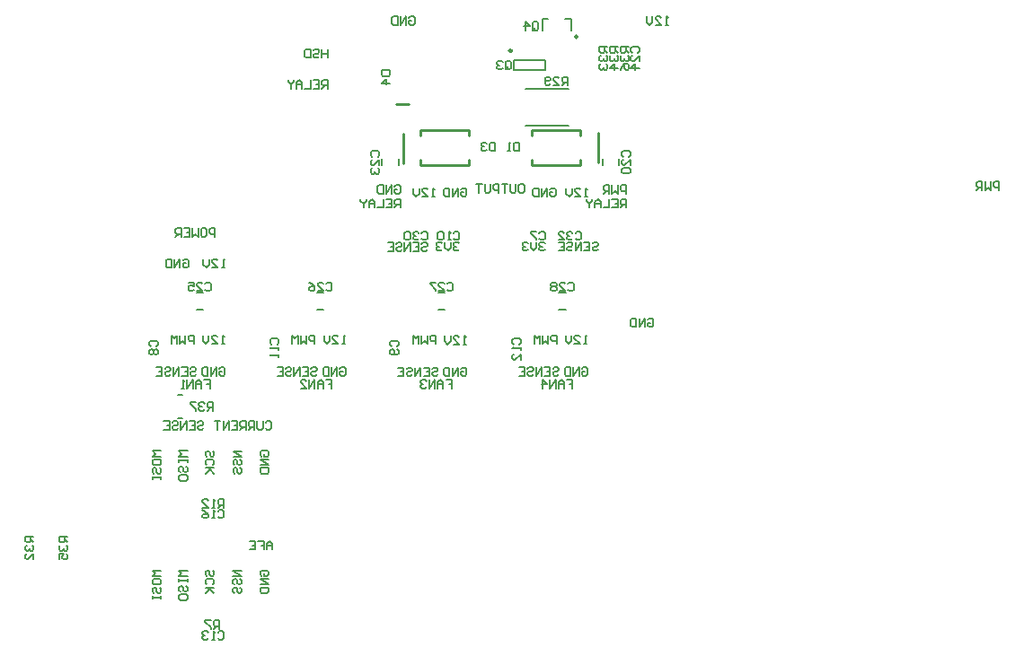
<source format=gbo>
G04*
G04 #@! TF.GenerationSoftware,Altium Limited,Altium Designer,19.1.8 (144)*
G04*
G04 Layer_Color=32896*
%FSLAX25Y25*%
%MOIN*%
G70*
G01*
G75*
%ADD10C,0.00984*%
%ADD12C,0.00787*%
%ADD14C,0.00591*%
%ADD15C,0.01000*%
%ADD16C,0.00600*%
D10*
X209350Y251871D02*
G03*
X209350Y251871I-492J0D01*
G01*
X184941Y246713D02*
G03*
X184941Y246713I-492J0D01*
G01*
D12*
X67818Y156693D02*
X70180D01*
X67818Y150394D02*
X70180D01*
X112700D02*
X115062D01*
X112700Y156693D02*
X115062D01*
X157582Y150394D02*
X159944D01*
X157582Y156693D02*
X159944D01*
X202464Y150394D02*
X204826D01*
X202464Y156693D02*
X204826D01*
X142913Y204140D02*
Y206503D01*
X136614Y204140D02*
Y206503D01*
X224803Y204234D02*
Y206596D01*
X218504Y204234D02*
Y206596D01*
X206890Y254233D02*
Y258564D01*
X204724D02*
X206890D01*
X196260Y254233D02*
Y258564D01*
X198425D01*
X189961Y232480D02*
X206102D01*
X189961Y218701D02*
X206102D01*
X185630Y239567D02*
X197441D01*
X185630Y243111D02*
X197441D01*
Y239567D02*
Y243111D01*
X185630Y239567D02*
Y243111D01*
D14*
X187993Y197046D02*
X189042D01*
X189567Y196521D01*
Y194422D01*
X189042Y193898D01*
X187993D01*
X187468Y194422D01*
Y196521D01*
X187993Y197046D01*
X186418D02*
Y194422D01*
X185894Y193898D01*
X184844D01*
X184319Y194422D01*
Y197046D01*
X183270D02*
X181171D01*
X182220D01*
Y193898D01*
X180121D02*
Y197046D01*
X178547D01*
X178022Y196521D01*
Y195472D01*
X178547Y194947D01*
X180121D01*
X176973Y197046D02*
Y194422D01*
X176448Y193898D01*
X175398D01*
X174873Y194422D01*
Y197046D01*
X173824D02*
X171725D01*
X172775D01*
Y193898D01*
X227362Y193581D02*
Y196730D01*
X225788D01*
X225263Y196205D01*
Y195156D01*
X225788Y194631D01*
X227362D01*
X224214Y196730D02*
Y193581D01*
X223164Y194631D01*
X222115Y193581D01*
Y196730D01*
X221065Y193581D02*
Y196730D01*
X219491D01*
X218966Y196205D01*
Y195156D01*
X219491Y194631D01*
X221065D01*
X220016D02*
X218966Y193581D01*
X227362Y188386D02*
Y191534D01*
X225788D01*
X225263Y191010D01*
Y189960D01*
X225788Y189435D01*
X227362D01*
X226313D02*
X225263Y188386D01*
X222115Y191534D02*
X224214D01*
Y188386D01*
X222115D01*
X224214Y189960D02*
X223164D01*
X221065Y191534D02*
Y188386D01*
X218966D01*
X217916D02*
Y190485D01*
X216867Y191534D01*
X215817Y190485D01*
Y188386D01*
Y189960D01*
X217916D01*
X214768Y191534D02*
Y191010D01*
X213718Y189960D01*
X212669Y191010D01*
Y191534D01*
X213718Y189960D02*
Y188386D01*
X141405Y196205D02*
X141930Y196730D01*
X142979D01*
X143504Y196205D01*
Y194106D01*
X142979Y193581D01*
X141930D01*
X141405Y194106D01*
Y195156D01*
X142454D01*
X140355Y193581D02*
Y196730D01*
X138256Y193581D01*
Y196730D01*
X137207D02*
Y193581D01*
X135633D01*
X135108Y194106D01*
Y196205D01*
X135633Y196730D01*
X137207D01*
X143504Y188386D02*
Y191534D01*
X141930D01*
X141405Y191010D01*
Y189960D01*
X141930Y189435D01*
X143504D01*
X142454D02*
X141405Y188386D01*
X138256Y191534D02*
X140355D01*
Y188386D01*
X138256D01*
X140355Y189960D02*
X139306D01*
X137207Y191534D02*
Y188386D01*
X135108D01*
X134058D02*
Y190485D01*
X133009Y191534D01*
X131959Y190485D01*
Y188386D01*
Y189960D01*
X134058D01*
X130910Y191534D02*
Y191010D01*
X129860Y189960D01*
X128811Y191010D01*
Y191534D01*
X129860Y189960D02*
Y188386D01*
X235302Y146718D02*
X235827Y147243D01*
X236877D01*
X237402Y146718D01*
Y144619D01*
X236877Y144095D01*
X235827D01*
X235302Y144619D01*
Y145669D01*
X236352D01*
X234253Y144095D02*
Y147243D01*
X232154Y144095D01*
Y147243D01*
X231104D02*
Y144095D01*
X229530D01*
X229005Y144619D01*
Y146718D01*
X229530Y147243D01*
X231104D01*
X242908Y256299D02*
X241859D01*
X242384D01*
Y259448D01*
X242908Y258923D01*
X238185Y256299D02*
X240284D01*
X238185Y258398D01*
Y258923D01*
X238710Y259448D01*
X239760D01*
X240284Y258923D01*
X237136Y259448D02*
Y257349D01*
X236086Y256299D01*
X235037Y257349D01*
Y259448D01*
X146720Y258923D02*
X147245Y259448D01*
X148294D01*
X148819Y258923D01*
Y256824D01*
X148294Y256299D01*
X147245D01*
X146720Y256824D01*
Y257874D01*
X147769D01*
X145670Y256299D02*
Y259448D01*
X143571Y256299D01*
Y259448D01*
X142522D02*
Y256299D01*
X140947D01*
X140423Y256824D01*
Y258923D01*
X140947Y259448D01*
X142522D01*
X116535Y232677D02*
Y235826D01*
X114961D01*
X114436Y235301D01*
Y234251D01*
X114961Y233727D01*
X116535D01*
X115486D02*
X114436Y232677D01*
X111288Y235826D02*
X113387D01*
Y232677D01*
X111288D01*
X113387Y234251D02*
X112337D01*
X110238Y235826D02*
Y232677D01*
X108139D01*
X107090D02*
Y234776D01*
X106040Y235826D01*
X104991Y234776D01*
Y232677D01*
Y234251D01*
X107090D01*
X103941Y235826D02*
Y235301D01*
X102892Y234251D01*
X101842Y235301D01*
Y235826D01*
X102892Y234251D02*
Y232677D01*
X116535Y247243D02*
Y244094D01*
Y245669D01*
X114436D01*
Y247243D01*
Y244094D01*
X111288Y246718D02*
X111812Y247243D01*
X112862D01*
X113387Y246718D01*
Y246194D01*
X112862Y245669D01*
X111812D01*
X111288Y245144D01*
Y244619D01*
X111812Y244094D01*
X112862D01*
X113387Y244619D01*
X110238Y247243D02*
Y244094D01*
X108664D01*
X108139Y244619D01*
Y246718D01*
X108664Y247243D01*
X110238D01*
X74803Y177559D02*
Y180708D01*
X73229D01*
X72704Y180183D01*
Y179133D01*
X73229Y178609D01*
X74803D01*
X70080Y180708D02*
X71130D01*
X71655Y180183D01*
Y178084D01*
X71130Y177559D01*
X70080D01*
X69555Y178084D01*
Y180183D01*
X70080Y180708D01*
X68506D02*
Y177559D01*
X67456Y178609D01*
X66407Y177559D01*
Y180708D01*
X63258D02*
X65357D01*
Y177559D01*
X63258D01*
X65357Y179133D02*
X64308D01*
X62209Y177559D02*
Y180708D01*
X60634D01*
X60110Y180183D01*
Y179133D01*
X60634Y178609D01*
X62209D01*
X61159D02*
X60110Y177559D01*
X365746Y194881D02*
Y198030D01*
X364172D01*
X363647Y197505D01*
Y196456D01*
X364172Y195931D01*
X365746D01*
X362598Y198030D02*
Y194881D01*
X361548Y195931D01*
X360499Y194881D01*
Y198030D01*
X359449Y194881D02*
Y198030D01*
X357875D01*
X357350Y197505D01*
Y196456D01*
X357875Y195931D01*
X359449D01*
X358400D02*
X357350Y194881D01*
X160499Y124408D02*
X162598D01*
Y122834D01*
X161549D01*
X162598D01*
Y121260D01*
X159450D02*
Y123359D01*
X158400Y124408D01*
X157351Y123359D01*
Y121260D01*
Y122834D01*
X159450D01*
X156301Y121260D02*
Y124408D01*
X154202Y121260D01*
Y124408D01*
X153153Y123884D02*
X152628Y124408D01*
X151578D01*
X151054Y123884D01*
Y123359D01*
X151578Y122834D01*
X152103D01*
X151578D01*
X151054Y122309D01*
Y121785D01*
X151578Y121260D01*
X152628D01*
X153153Y121785D01*
X205381Y124408D02*
X207480D01*
Y122834D01*
X206431D01*
X207480D01*
Y121260D01*
X204332D02*
Y123359D01*
X203282Y124408D01*
X202233Y123359D01*
Y121260D01*
Y122834D01*
X204332D01*
X201183Y121260D02*
Y124408D01*
X199084Y121260D01*
Y124408D01*
X196460Y121260D02*
Y124408D01*
X198035Y122834D01*
X195935D01*
X116011Y124408D02*
X118110D01*
Y122834D01*
X117061D01*
X118110D01*
Y121260D01*
X114962D02*
Y123359D01*
X113912Y124408D01*
X112863Y123359D01*
Y121260D01*
Y122834D01*
X114962D01*
X111813Y121260D02*
Y124408D01*
X109714Y121260D01*
Y124408D01*
X106565Y121260D02*
X108665D01*
X106565Y123359D01*
Y123884D01*
X107090Y124408D01*
X108140D01*
X108665Y123884D01*
X70736Y124408D02*
X72835D01*
Y122834D01*
X71785D01*
X72835D01*
Y121260D01*
X69686D02*
Y123359D01*
X68637Y124408D01*
X67587Y123359D01*
Y121260D01*
Y122834D01*
X69686D01*
X66537Y121260D02*
Y124408D01*
X64438Y121260D01*
Y124408D01*
X63389Y121260D02*
X62339D01*
X62864D01*
Y124408D01*
X63389Y123884D01*
X96063Y61417D02*
Y63516D01*
X95013Y64566D01*
X93964Y63516D01*
Y61417D01*
Y62992D01*
X96063D01*
X90815Y64566D02*
X92914D01*
Y62992D01*
X91865D01*
X92914D01*
Y61417D01*
X87667Y64566D02*
X89766D01*
Y61417D01*
X87667D01*
X89766Y62992D02*
X88716D01*
X93573Y108529D02*
X94098Y109054D01*
X95148D01*
X95672Y108529D01*
Y106430D01*
X95148Y105905D01*
X94098D01*
X93573Y106430D01*
X92524Y109054D02*
Y106430D01*
X91999Y105905D01*
X90949D01*
X90425Y106430D01*
Y109054D01*
X89375Y105905D02*
Y109054D01*
X87801D01*
X87276Y108529D01*
Y107480D01*
X87801Y106955D01*
X89375D01*
X88326D02*
X87276Y105905D01*
X86226D02*
Y109054D01*
X84652D01*
X84127Y108529D01*
Y107480D01*
X84652Y106955D01*
X86226D01*
X85177D02*
X84127Y105905D01*
X80979Y109054D02*
X83078D01*
Y105905D01*
X80979D01*
X83078Y107480D02*
X82028D01*
X79929Y105905D02*
Y109054D01*
X77830Y105905D01*
Y109054D01*
X76781D02*
X74682D01*
X75731D01*
Y105905D01*
X68384Y108529D02*
X68909Y109054D01*
X69959D01*
X70483Y108529D01*
Y108005D01*
X69959Y107480D01*
X68909D01*
X68384Y106955D01*
Y106430D01*
X68909Y105905D01*
X69959D01*
X70483Y106430D01*
X65236Y109054D02*
X67335D01*
Y105905D01*
X65236D01*
X67335Y107480D02*
X66285D01*
X64186Y105905D02*
Y109054D01*
X62087Y105905D01*
Y109054D01*
X58939Y108529D02*
X59463Y109054D01*
X60513D01*
X61038Y108529D01*
Y108005D01*
X60513Y107480D01*
X59463D01*
X58939Y106955D01*
Y106430D01*
X59463Y105905D01*
X60513D01*
X61038Y106430D01*
X55790Y109054D02*
X57889D01*
Y105905D01*
X55790D01*
X57889Y107480D02*
X56840D01*
X92036Y51543D02*
X91511Y52067D01*
Y53117D01*
X92036Y53642D01*
X94135D01*
X94660Y53117D01*
Y52067D01*
X94135Y51543D01*
X93085D01*
Y52592D01*
X94660Y50493D02*
X91511D01*
X94660Y48394D01*
X91511D01*
Y47344D02*
X94660D01*
Y45770D01*
X94135Y45245D01*
X92036D01*
X91511Y45770D01*
Y47344D01*
X54694Y53642D02*
X51545D01*
X52595Y52592D01*
X51545Y51543D01*
X54694D01*
X51545Y48919D02*
Y49968D01*
X52070Y50493D01*
X54169D01*
X54694Y49968D01*
Y48919D01*
X54169Y48394D01*
X52070D01*
X51545Y48919D01*
X52070Y45245D02*
X51545Y45770D01*
Y46820D01*
X52070Y47344D01*
X52595D01*
X53119Y46820D01*
Y45770D01*
X53644Y45245D01*
X54169D01*
X54694Y45770D01*
Y46820D01*
X54169Y47344D01*
X51545Y44196D02*
Y43146D01*
Y43671D01*
X54694D01*
Y44196D01*
Y43146D01*
X64536Y53642D02*
X61388D01*
X62437Y52592D01*
X61388Y51543D01*
X64536D01*
X61388Y50493D02*
Y49444D01*
Y49968D01*
X64536D01*
Y50493D01*
Y49444D01*
X61912Y45770D02*
X61388Y46295D01*
Y47344D01*
X61912Y47869D01*
X62437D01*
X62962Y47344D01*
Y46295D01*
X63487Y45770D01*
X64011D01*
X64536Y46295D01*
Y47344D01*
X64011Y47869D01*
X61388Y43146D02*
Y44196D01*
X61912Y44721D01*
X64011D01*
X64536Y44196D01*
Y43146D01*
X64011Y42622D01*
X61912D01*
X61388Y43146D01*
X71755Y51518D02*
X71230Y52043D01*
Y53093D01*
X71755Y53618D01*
X72280D01*
X72804Y53093D01*
Y52043D01*
X73329Y51518D01*
X73854D01*
X74379Y52043D01*
Y53093D01*
X73854Y53618D01*
X71755Y48370D02*
X71230Y48895D01*
Y49944D01*
X71755Y50469D01*
X73854D01*
X74379Y49944D01*
Y48895D01*
X73854Y48370D01*
X71230Y47320D02*
X74379D01*
X73329D01*
X71230Y45221D01*
X72804Y46795D01*
X74379Y45221D01*
X84615Y53618D02*
X81466D01*
X84615Y51518D01*
X81466D01*
X81991Y48370D02*
X81466Y48895D01*
Y49944D01*
X81991Y50469D01*
X82516D01*
X83041Y49944D01*
Y48895D01*
X83565Y48370D01*
X84090D01*
X84615Y48895D01*
Y49944D01*
X84090Y50469D01*
X81991Y45221D02*
X81466Y45746D01*
Y46795D01*
X81991Y47320D01*
X82516D01*
X83041Y46795D01*
Y45746D01*
X83565Y45221D01*
X84090D01*
X84615Y45746D01*
Y46795D01*
X84090Y47320D01*
X84646Y98007D02*
X81497D01*
X84646Y95908D01*
X81497D01*
X82022Y92760D02*
X81497Y93284D01*
Y94334D01*
X82022Y94859D01*
X82547D01*
X83071Y94334D01*
Y93284D01*
X83596Y92760D01*
X84121D01*
X84646Y93284D01*
Y94334D01*
X84121Y94859D01*
X82022Y89611D02*
X81497Y90136D01*
Y91185D01*
X82022Y91710D01*
X82547D01*
X83071Y91185D01*
Y90136D01*
X83596Y89611D01*
X84121D01*
X84646Y90136D01*
Y91185D01*
X84121Y91710D01*
X71786Y95908D02*
X71261Y96433D01*
Y97483D01*
X71786Y98007D01*
X72310D01*
X72835Y97483D01*
Y96433D01*
X73360Y95908D01*
X73885D01*
X74410Y96433D01*
Y97483D01*
X73885Y98007D01*
X71786Y92760D02*
X71261Y93284D01*
Y94334D01*
X71786Y94859D01*
X73885D01*
X74410Y94334D01*
Y93284D01*
X73885Y92760D01*
X71261Y91710D02*
X74410D01*
X73360D01*
X71261Y89611D01*
X72835Y91185D01*
X74410Y89611D01*
X64567Y98032D02*
X61418D01*
X62468Y96982D01*
X61418Y95932D01*
X64567D01*
X61418Y94883D02*
Y93833D01*
Y94358D01*
X64567D01*
Y94883D01*
Y93833D01*
X61943Y90160D02*
X61418Y90685D01*
Y91734D01*
X61943Y92259D01*
X62468D01*
X62993Y91734D01*
Y90685D01*
X63517Y90160D01*
X64042D01*
X64567Y90685D01*
Y91734D01*
X64042Y92259D01*
X61418Y87536D02*
Y88586D01*
X61943Y89110D01*
X64042D01*
X64567Y88586D01*
Y87536D01*
X64042Y87011D01*
X61943D01*
X61418Y87536D01*
X54724Y98032D02*
X51576D01*
X52625Y96982D01*
X51576Y95932D01*
X54724D01*
X51576Y93309D02*
Y94358D01*
X52101Y94883D01*
X54200D01*
X54724Y94358D01*
Y93309D01*
X54200Y92784D01*
X52101D01*
X51576Y93309D01*
X52101Y89635D02*
X51576Y90160D01*
Y91210D01*
X52101Y91734D01*
X52625D01*
X53150Y91210D01*
Y90160D01*
X53675Y89635D01*
X54200D01*
X54724Y90160D01*
Y91210D01*
X54200Y91734D01*
X51576Y88586D02*
Y87536D01*
Y88061D01*
X54724D01*
Y88586D01*
Y87536D01*
X212992Y192520D02*
X211943D01*
X212467D01*
Y195668D01*
X212992Y195143D01*
X208269Y192520D02*
X210368D01*
X208269Y194619D01*
Y195143D01*
X208794Y195668D01*
X209843D01*
X210368Y195143D01*
X207220Y195668D02*
Y193569D01*
X206170Y192520D01*
X205121Y193569D01*
Y195668D01*
X199082Y195143D02*
X199607Y195668D01*
X200656D01*
X201181Y195143D01*
Y193044D01*
X200656Y192520D01*
X199607D01*
X199082Y193044D01*
Y194094D01*
X200132D01*
X198032Y192520D02*
Y195668D01*
X195933Y192520D01*
Y195668D01*
X194884D02*
Y192520D01*
X193310D01*
X192785Y193044D01*
Y195143D01*
X193310Y195668D01*
X194884D01*
X197244Y175065D02*
X196719Y175590D01*
X195670D01*
X195145Y175065D01*
Y174540D01*
X195670Y174015D01*
X196195D01*
X195670D01*
X195145Y173491D01*
Y172966D01*
X195670Y172441D01*
X196719D01*
X197244Y172966D01*
X194096Y175590D02*
Y173491D01*
X193046Y172441D01*
X191996Y173491D01*
Y175590D01*
X190947Y175065D02*
X190422Y175590D01*
X189373D01*
X188848Y175065D01*
Y174540D01*
X189373Y174015D01*
X189897D01*
X189373D01*
X188848Y173491D01*
Y172966D01*
X189373Y172441D01*
X190422D01*
X190947Y172966D01*
X214830Y175065D02*
X215355Y175590D01*
X216404D01*
X216929Y175065D01*
Y174540D01*
X216404Y174015D01*
X215355D01*
X214830Y173491D01*
Y172966D01*
X215355Y172441D01*
X216404D01*
X216929Y172966D01*
X211682Y175590D02*
X213780D01*
Y172441D01*
X211682D01*
X213780Y174015D02*
X212731D01*
X210632Y172441D02*
Y175590D01*
X208533Y172441D01*
Y175590D01*
X205384Y175065D02*
X205909Y175590D01*
X206959D01*
X207483Y175065D01*
Y174540D01*
X206959Y174015D01*
X205909D01*
X205384Y173491D01*
Y172966D01*
X205909Y172441D01*
X206959D01*
X207483Y172966D01*
X202236Y175590D02*
X204335D01*
Y172441D01*
X202236D01*
X204335Y174015D02*
X203285D01*
X151444Y174864D02*
X151969Y175389D01*
X153018D01*
X153543Y174864D01*
Y174339D01*
X153018Y173814D01*
X151969D01*
X151444Y173290D01*
Y172765D01*
X151969Y172240D01*
X153018D01*
X153543Y172765D01*
X148296Y175389D02*
X150395D01*
Y172240D01*
X148296D01*
X150395Y173814D02*
X149345D01*
X147246Y172240D02*
Y175389D01*
X145147Y172240D01*
Y175389D01*
X141999Y174864D02*
X142523Y175389D01*
X143573D01*
X144097Y174864D01*
Y174339D01*
X143573Y173814D01*
X142523D01*
X141999Y173290D01*
Y172765D01*
X142523Y172240D01*
X143573D01*
X144097Y172765D01*
X138850Y175389D02*
X140949D01*
Y172240D01*
X138850D01*
X140949Y173814D02*
X139899D01*
X165354Y175065D02*
X164830Y175590D01*
X163780D01*
X163255Y175065D01*
Y174540D01*
X163780Y174015D01*
X164305D01*
X163780D01*
X163255Y173491D01*
Y172966D01*
X163780Y172441D01*
X164830D01*
X165354Y172966D01*
X162206Y175590D02*
Y173491D01*
X161156Y172441D01*
X160107Y173491D01*
Y175590D01*
X159057Y175065D02*
X158532Y175590D01*
X157483D01*
X156958Y175065D01*
Y174540D01*
X157483Y174015D01*
X158008D01*
X157483D01*
X156958Y173491D01*
Y172966D01*
X157483Y172441D01*
X158532D01*
X159057Y172966D01*
X166011Y195143D02*
X166536Y195668D01*
X167586D01*
X168110Y195143D01*
Y193044D01*
X167586Y192520D01*
X166536D01*
X166011Y193044D01*
Y194094D01*
X167061D01*
X164962Y192520D02*
Y195668D01*
X162863Y192520D01*
Y195668D01*
X161813D02*
Y192520D01*
X160239D01*
X159714Y193044D01*
Y195143D01*
X160239Y195668D01*
X161813D01*
X156299Y192520D02*
X155250D01*
X155774D01*
Y195668D01*
X156299Y195143D01*
X151576Y192520D02*
X153675D01*
X151576Y194619D01*
Y195143D01*
X152101Y195668D01*
X153151D01*
X153675Y195143D01*
X150527Y195668D02*
Y193569D01*
X149477Y192520D01*
X148428Y193569D01*
Y195668D01*
X212813Y137795D02*
X211764D01*
X212289D01*
Y140944D01*
X212813Y140419D01*
X208091Y137795D02*
X210190D01*
X208091Y139894D01*
Y140419D01*
X208615Y140944D01*
X209665D01*
X210190Y140419D01*
X207041Y140944D02*
Y138845D01*
X205992Y137795D01*
X204942Y138845D01*
Y140944D01*
X201575Y137795D02*
Y140944D01*
X200001D01*
X199476Y140419D01*
Y139370D01*
X200001Y138845D01*
X201575D01*
X198426Y140944D02*
Y137795D01*
X197377Y138845D01*
X196327Y137795D01*
Y140944D01*
X195278Y137795D02*
Y140944D01*
X194228Y139894D01*
X193179Y140944D01*
Y137795D01*
X210893Y128608D02*
X211418Y129133D01*
X212467D01*
X212992Y128608D01*
Y126509D01*
X212467Y125984D01*
X211418D01*
X210893Y126509D01*
Y127559D01*
X211943D01*
X209843Y125984D02*
Y129133D01*
X207745Y125984D01*
Y129133D01*
X206695D02*
Y125984D01*
X205121D01*
X204596Y126509D01*
Y128608D01*
X205121Y129133D01*
X206695D01*
X200183Y128608D02*
X200708Y129133D01*
X201758D01*
X202283Y128608D01*
Y128083D01*
X201758Y127559D01*
X200708D01*
X200183Y127034D01*
Y126509D01*
X200708Y125984D01*
X201758D01*
X202283Y126509D01*
X197035Y129133D02*
X199134D01*
Y125984D01*
X197035D01*
X199134Y127559D02*
X198084D01*
X195985Y125984D02*
Y129133D01*
X193886Y125984D01*
Y129133D01*
X190738Y128608D02*
X191262Y129133D01*
X192312D01*
X192837Y128608D01*
Y128083D01*
X192312Y127559D01*
X191262D01*
X190738Y127034D01*
Y126509D01*
X191262Y125984D01*
X192312D01*
X192837Y126509D01*
X187589Y129133D02*
X189688D01*
Y125984D01*
X187589D01*
X189688Y127559D02*
X188639D01*
X167932Y137658D02*
X166882D01*
X167407D01*
Y140807D01*
X167932Y140282D01*
X163209Y137658D02*
X165308D01*
X163209Y139757D01*
Y140282D01*
X163733Y140807D01*
X164783D01*
X165308Y140282D01*
X162159Y140807D02*
Y138708D01*
X161110Y137658D01*
X160060Y138708D01*
Y140807D01*
X156693Y137795D02*
Y140944D01*
X155119D01*
X154594Y140419D01*
Y139370D01*
X155119Y138845D01*
X156693D01*
X153544Y140944D02*
Y137795D01*
X152495Y138845D01*
X151445Y137795D01*
Y140944D01*
X150396Y137795D02*
Y140944D01*
X149346Y139894D01*
X148297Y140944D01*
Y137795D01*
X166011Y128471D02*
X166536Y128996D01*
X167586D01*
X168110Y128471D01*
Y126372D01*
X167586Y125847D01*
X166536D01*
X166011Y126372D01*
Y127421D01*
X167061D01*
X164962Y125847D02*
Y128996D01*
X162863Y125847D01*
Y128996D01*
X161813D02*
Y125847D01*
X160239D01*
X159714Y126372D01*
Y128471D01*
X160239Y128996D01*
X161813D01*
X155301Y128471D02*
X155826Y128996D01*
X156876D01*
X157401Y128471D01*
Y127946D01*
X156876Y127421D01*
X155826D01*
X155301Y126897D01*
Y126372D01*
X155826Y125847D01*
X156876D01*
X157401Y126372D01*
X152153Y128996D02*
X154252D01*
Y125847D01*
X152153D01*
X154252Y127421D02*
X153202D01*
X151103Y125847D02*
Y128996D01*
X149004Y125847D01*
Y128996D01*
X145856Y128471D02*
X146380Y128996D01*
X147430D01*
X147955Y128471D01*
Y127946D01*
X147430Y127421D01*
X146380D01*
X145856Y126897D01*
Y126372D01*
X146380Y125847D01*
X147430D01*
X147955Y126372D01*
X142707Y128996D02*
X144806D01*
Y125847D01*
X142707D01*
X144806Y127421D02*
X143757D01*
X123050Y137795D02*
X122000D01*
X122525D01*
Y140944D01*
X123050Y140419D01*
X118327Y137795D02*
X120426D01*
X118327Y139894D01*
Y140419D01*
X118852Y140944D01*
X119901D01*
X120426Y140419D01*
X117277Y140944D02*
Y138845D01*
X116228Y137795D01*
X115178Y138845D01*
Y140944D01*
X111811Y137795D02*
Y140944D01*
X110237D01*
X109712Y140419D01*
Y139370D01*
X110237Y138845D01*
X111811D01*
X108662Y140944D02*
Y137795D01*
X107613Y138845D01*
X106563Y137795D01*
Y140944D01*
X105514Y137795D02*
Y140944D01*
X104464Y139894D01*
X103415Y140944D01*
Y137795D01*
X121129Y128608D02*
X121654Y129133D01*
X122704D01*
X123228Y128608D01*
Y126509D01*
X122704Y125984D01*
X121654D01*
X121129Y126509D01*
Y127559D01*
X122179D01*
X120080Y125984D02*
Y129133D01*
X117981Y125984D01*
Y129133D01*
X116931D02*
Y125984D01*
X115357D01*
X114832Y126509D01*
Y128608D01*
X115357Y129133D01*
X116931D01*
X110420Y128608D02*
X110944Y129133D01*
X111994D01*
X112519Y128608D01*
Y128083D01*
X111994Y127559D01*
X110944D01*
X110420Y127034D01*
Y126509D01*
X110944Y125984D01*
X111994D01*
X112519Y126509D01*
X107271Y129133D02*
X109370D01*
Y125984D01*
X107271D01*
X109370Y127559D02*
X108321D01*
X106221Y125984D02*
Y129133D01*
X104122Y125984D01*
Y129133D01*
X100974Y128608D02*
X101499Y129133D01*
X102548D01*
X103073Y128608D01*
Y128083D01*
X102548Y127559D01*
X101499D01*
X100974Y127034D01*
Y126509D01*
X101499Y125984D01*
X102548D01*
X103073Y126509D01*
X97825Y129133D02*
X99924D01*
Y125984D01*
X97825D01*
X99924Y127559D02*
X98875D01*
X65618Y128608D02*
X66142Y129133D01*
X67192D01*
X67716Y128608D01*
Y128083D01*
X67192Y127559D01*
X66142D01*
X65618Y127034D01*
Y126509D01*
X66142Y125984D01*
X67192D01*
X67716Y126509D01*
X62469Y129133D02*
X64568D01*
Y125984D01*
X62469D01*
X64568Y127559D02*
X63518D01*
X61419Y125984D02*
Y129133D01*
X59320Y125984D01*
Y129133D01*
X56172Y128608D02*
X56696Y129133D01*
X57746D01*
X58271Y128608D01*
Y128083D01*
X57746Y127559D01*
X56696D01*
X56172Y127034D01*
Y126509D01*
X56696Y125984D01*
X57746D01*
X58271Y126509D01*
X53023Y129133D02*
X55122D01*
Y125984D01*
X53023D01*
X55122Y127559D02*
X54073D01*
X76327Y128608D02*
X76852Y129133D01*
X77901D01*
X78426Y128608D01*
Y126509D01*
X77901Y125984D01*
X76852D01*
X76327Y126509D01*
Y127559D01*
X77377D01*
X75278Y125984D02*
Y129133D01*
X73179Y125984D01*
Y129133D01*
X72129D02*
Y125984D01*
X70555D01*
X70030Y126509D01*
Y128608D01*
X70555Y129133D01*
X72129D01*
X66929Y137795D02*
Y140944D01*
X65355D01*
X64830Y140419D01*
Y139370D01*
X65355Y138845D01*
X66929D01*
X63780Y140944D02*
Y137795D01*
X62731Y138845D01*
X61681Y137795D01*
Y140944D01*
X60632Y137795D02*
Y140944D01*
X59582Y139894D01*
X58533Y140944D01*
Y137795D01*
X92067Y95932D02*
X91542Y96457D01*
Y97507D01*
X92067Y98032D01*
X94166D01*
X94691Y97507D01*
Y96457D01*
X94166Y95932D01*
X93116D01*
Y96982D01*
X94691Y94883D02*
X91542D01*
X94691Y92784D01*
X91542D01*
Y91734D02*
X94691D01*
Y90160D01*
X94166Y89635D01*
X92067D01*
X91542Y90160D01*
Y91734D01*
X62862Y168766D02*
X63386Y169290D01*
X64436D01*
X64961Y168766D01*
Y166666D01*
X64436Y166142D01*
X63386D01*
X62862Y166666D01*
Y167716D01*
X63911D01*
X61812Y166142D02*
Y169290D01*
X59713Y166142D01*
Y169290D01*
X58663D02*
Y166142D01*
X57089D01*
X56564Y166666D01*
Y168766D01*
X57089Y169290D01*
X58663D01*
X78248Y137795D02*
X77198D01*
X77723D01*
Y140944D01*
X78248Y140419D01*
X73525Y137795D02*
X75624D01*
X73525Y139894D01*
Y140419D01*
X74050Y140944D01*
X75099D01*
X75624Y140419D01*
X72475Y140944D02*
Y138845D01*
X71426Y137795D01*
X70376Y138845D01*
Y140944D01*
X78347Y166142D02*
X77297D01*
X77822D01*
Y169290D01*
X78347Y168766D01*
X73624Y166142D02*
X75723D01*
X73624Y168241D01*
Y168766D01*
X74148Y169290D01*
X75198D01*
X75723Y168766D01*
X72574Y169290D02*
Y167191D01*
X71525Y166142D01*
X70475Y167191D01*
Y169290D01*
X208531Y179002D02*
X209056Y179526D01*
X210105D01*
X210630Y179002D01*
Y176903D01*
X210105Y176378D01*
X209056D01*
X208531Y176903D01*
X207481Y179002D02*
X206957Y179526D01*
X205907D01*
X205382Y179002D01*
Y178477D01*
X205907Y177952D01*
X206432D01*
X205907D01*
X205382Y177427D01*
Y176903D01*
X205907Y176378D01*
X206957D01*
X207481Y176903D01*
X202234Y176378D02*
X204333D01*
X202234Y178477D01*
Y179002D01*
X202758Y179526D01*
X203808D01*
X204333Y179002D01*
X185565Y137665D02*
X185040Y138189D01*
Y139239D01*
X185565Y139764D01*
X187664D01*
X188189Y139239D01*
Y138189D01*
X187664Y137665D01*
X188189Y136615D02*
Y135566D01*
Y136090D01*
X185040D01*
X185565Y136615D01*
X188189Y131892D02*
Y133991D01*
X186090Y131892D01*
X185565D01*
X185040Y132417D01*
Y133467D01*
X185565Y133991D01*
X140290Y136877D02*
X139765Y137402D01*
Y138452D01*
X140290Y138976D01*
X142389D01*
X142913Y138452D01*
Y137402D01*
X142389Y136877D01*
Y135828D02*
X142913Y135303D01*
Y134254D01*
X142389Y133729D01*
X140290D01*
X139765Y134254D01*
Y135303D01*
X140290Y135828D01*
X140814D01*
X141339Y135303D01*
Y133729D01*
X95801Y137665D02*
X95277Y138189D01*
Y139239D01*
X95801Y139764D01*
X97900D01*
X98425Y139239D01*
Y138189D01*
X97900Y137665D01*
X98425Y136615D02*
Y135566D01*
Y136090D01*
X95277D01*
X95801Y136615D01*
X98425Y133991D02*
Y132942D01*
Y133467D01*
X95277D01*
X95801Y133991D01*
X50920Y136877D02*
X50395Y137402D01*
Y138452D01*
X50920Y138976D01*
X53018D01*
X53543Y138452D01*
Y137402D01*
X53018Y136877D01*
X50920Y135828D02*
X50395Y135303D01*
Y134254D01*
X50920Y133729D01*
X51444D01*
X51969Y134254D01*
X52494Y133729D01*
X53018D01*
X53543Y134254D01*
Y135303D01*
X53018Y135828D01*
X52494D01*
X51969Y135303D01*
X51444Y135828D01*
X50920D01*
X51969Y135303D02*
Y134254D01*
X205775Y160104D02*
X206300Y160629D01*
X207349D01*
X207874Y160104D01*
Y158005D01*
X207349Y157480D01*
X206300D01*
X205775Y158005D01*
X202626Y157480D02*
X204725D01*
X202626Y159579D01*
Y160104D01*
X203151Y160629D01*
X204201D01*
X204725Y160104D01*
X201577D02*
X201052Y160629D01*
X200003D01*
X199478Y160104D01*
Y159579D01*
X200003Y159055D01*
X199478Y158530D01*
Y158005D01*
X200003Y157480D01*
X201052D01*
X201577Y158005D01*
Y158530D01*
X201052Y159055D01*
X201577Y159579D01*
Y160104D01*
X201052Y159055D02*
X200003D01*
X160893Y160104D02*
X161418Y160629D01*
X162467D01*
X162992Y160104D01*
Y158005D01*
X162467Y157480D01*
X161418D01*
X160893Y158005D01*
X157745Y157480D02*
X159844D01*
X157745Y159579D01*
Y160104D01*
X158269Y160629D01*
X159319D01*
X159844Y160104D01*
X156695Y160629D02*
X154596D01*
Y160104D01*
X156695Y158005D01*
Y157480D01*
X116011Y160104D02*
X116536Y160629D01*
X117586D01*
X118110Y160104D01*
Y158005D01*
X117586Y157480D01*
X116536D01*
X116011Y158005D01*
X112863Y157480D02*
X114962D01*
X112863Y159579D01*
Y160104D01*
X113387Y160629D01*
X114437D01*
X114962Y160104D01*
X109714Y160629D02*
X110764Y160104D01*
X111813Y159055D01*
Y158005D01*
X111288Y157480D01*
X110239D01*
X109714Y158005D01*
Y158530D01*
X110239Y159055D01*
X111813D01*
X74016Y112992D02*
Y116141D01*
X72441D01*
X71917Y115616D01*
Y114566D01*
X72441Y114042D01*
X74016D01*
X72966D02*
X71917Y112992D01*
X70867Y115616D02*
X70342Y116141D01*
X69293D01*
X68768Y115616D01*
Y115091D01*
X69293Y114566D01*
X69818D01*
X69293D01*
X68768Y114042D01*
Y113517D01*
X69293Y112992D01*
X70342D01*
X70867Y113517D01*
X67719Y116141D02*
X65619D01*
Y115616D01*
X67719Y113517D01*
Y112992D01*
X205613Y233858D02*
Y237007D01*
X204039D01*
X203514Y236482D01*
Y235433D01*
X204039Y234908D01*
X205613D01*
X204564D02*
X203514Y233858D01*
X200365D02*
X202465D01*
X200365Y235957D01*
Y236482D01*
X200890Y237007D01*
X201940D01*
X202465Y236482D01*
X199316Y234383D02*
X198791Y233858D01*
X197742D01*
X197217Y234383D01*
Y236482D01*
X197742Y237007D01*
X198791D01*
X199316Y236482D01*
Y235957D01*
X198791Y235433D01*
X197217D01*
X220472Y248031D02*
X217324D01*
Y246457D01*
X217849Y245932D01*
X218898D01*
X219423Y246457D01*
Y248031D01*
Y246982D02*
X220472Y245932D01*
X217849Y244883D02*
X217324Y244358D01*
Y243309D01*
X217849Y242784D01*
X218373D01*
X218898Y243309D01*
Y243833D01*
Y243309D01*
X219423Y242784D01*
X219948D01*
X220472Y243309D01*
Y244358D01*
X219948Y244883D01*
X217849Y241734D02*
X217324Y241210D01*
Y240160D01*
X217849Y239635D01*
X218373D01*
X218898Y240160D01*
Y240685D01*
Y240160D01*
X219423Y239635D01*
X219948D01*
X220472Y240160D01*
Y241210D01*
X219948Y241734D01*
X228346Y248031D02*
X225198D01*
Y246457D01*
X225723Y245932D01*
X226772D01*
X227297Y246457D01*
Y248031D01*
Y246982D02*
X228346Y245932D01*
X225723Y244883D02*
X225198Y244358D01*
Y243309D01*
X225723Y242784D01*
X226247D01*
X226772Y243309D01*
Y243833D01*
Y243309D01*
X227297Y242784D01*
X227822D01*
X228346Y243309D01*
Y244358D01*
X227822Y244883D01*
X225198Y239635D02*
X225723Y240685D01*
X226772Y241734D01*
X227822D01*
X228346Y241210D01*
Y240160D01*
X227822Y239635D01*
X227297D01*
X226772Y240160D01*
Y241734D01*
X224410Y248031D02*
X221261D01*
Y246457D01*
X221786Y245932D01*
X222835D01*
X223360Y246457D01*
Y248031D01*
Y246982D02*
X224410Y245932D01*
X221786Y244883D02*
X221261Y244358D01*
Y243309D01*
X221786Y242784D01*
X222310D01*
X222835Y243309D01*
Y243833D01*
Y243309D01*
X223360Y242784D01*
X223885D01*
X224410Y243309D01*
Y244358D01*
X223885Y244883D01*
X224410Y240160D02*
X221261D01*
X222835Y241734D01*
Y239635D01*
X20079Y66142D02*
X16930D01*
Y64567D01*
X17455Y64043D01*
X18504D01*
X19029Y64567D01*
Y66142D01*
Y65092D02*
X20079Y64043D01*
X17455Y62993D02*
X16930Y62468D01*
Y61419D01*
X17455Y60894D01*
X17980D01*
X18504Y61419D01*
Y61944D01*
Y61419D01*
X19029Y60894D01*
X19554D01*
X20079Y61419D01*
Y62468D01*
X19554Y62993D01*
X16930Y57745D02*
Y59845D01*
X18504D01*
X17980Y58795D01*
Y58270D01*
X18504Y57745D01*
X19554D01*
X20079Y58270D01*
Y59320D01*
X19554Y59845D01*
X7480Y66142D02*
X4332D01*
Y64567D01*
X4857Y64043D01*
X5906D01*
X6431Y64567D01*
Y66142D01*
Y65092D02*
X7480Y64043D01*
X4857Y62993D02*
X4332Y62468D01*
Y61419D01*
X4857Y60894D01*
X5381D01*
X5906Y61419D01*
Y61944D01*
Y61419D01*
X6431Y60894D01*
X6955D01*
X7480Y61419D01*
Y62468D01*
X6955Y62993D01*
X7480Y57745D02*
Y59845D01*
X5381Y57745D01*
X4857D01*
X4332Y58270D01*
Y59320D01*
X4857Y59845D01*
X77953Y76963D02*
Y80112D01*
X76378D01*
X75854Y79587D01*
Y78538D01*
X76378Y78013D01*
X77953D01*
X76903D02*
X75854Y76963D01*
X74804D02*
X73755D01*
X74279D01*
Y80112D01*
X74804Y79587D01*
X70081Y76963D02*
X72180D01*
X70081Y79062D01*
Y79587D01*
X70606Y80112D01*
X71656D01*
X72180Y79587D01*
X76378Y31890D02*
Y35038D01*
X74804D01*
X74279Y34514D01*
Y33464D01*
X74804Y32939D01*
X76378D01*
X75328D02*
X74279Y31890D01*
X73229Y35038D02*
X71130D01*
Y34514D01*
X73229Y32414D01*
Y31890D01*
X182547Y240287D02*
Y242386D01*
X183071Y242911D01*
X184121D01*
X184646Y242386D01*
Y240287D01*
X184121Y239762D01*
X183071D01*
X183596Y240812D02*
X182547Y239762D01*
X183071D02*
X182547Y240287D01*
X181497Y242386D02*
X180972Y242911D01*
X179923D01*
X179398Y242386D01*
Y241861D01*
X179923Y241337D01*
X180447D01*
X179923D01*
X179398Y240812D01*
Y240287D01*
X179923Y239762D01*
X180972D01*
X181497Y240287D01*
X192586Y254758D02*
Y256857D01*
X193111Y257382D01*
X194160D01*
X194685Y256857D01*
Y254758D01*
X194160Y254233D01*
X193111D01*
X193635Y255283D02*
X192586Y254233D01*
X193111D02*
X192586Y254758D01*
X189962Y254233D02*
Y257382D01*
X191536Y255807D01*
X189437D01*
X178740Y212597D02*
Y209449D01*
X177166D01*
X176641Y209974D01*
Y212073D01*
X177166Y212597D01*
X178740D01*
X175592Y212073D02*
X175067Y212597D01*
X174017D01*
X173493Y212073D01*
Y211548D01*
X174017Y211023D01*
X174542D01*
X174017D01*
X173493Y210498D01*
Y209974D01*
X174017Y209449D01*
X175067D01*
X175592Y209974D01*
X187601Y212597D02*
Y209449D01*
X186027D01*
X185502Y209974D01*
Y212073D01*
X186027Y212597D01*
X187601D01*
X184453Y209449D02*
X183403D01*
X183928D01*
Y212597D01*
X184453Y212073D01*
X136615Y239370D02*
X139764D01*
Y237796D01*
X139239Y237271D01*
X137140D01*
X136615Y237796D01*
Y239370D01*
X139764Y234647D02*
X136615D01*
X138189Y236222D01*
Y234122D01*
X151444Y179002D02*
X151969Y179526D01*
X153018D01*
X153543Y179002D01*
Y176903D01*
X153018Y176378D01*
X151969D01*
X151444Y176903D01*
X150395Y179002D02*
X149870Y179526D01*
X148820D01*
X148296Y179002D01*
Y178477D01*
X148820Y177952D01*
X149345D01*
X148820D01*
X148296Y177427D01*
Y176903D01*
X148820Y176378D01*
X149870D01*
X150395Y176903D01*
X147246Y179002D02*
X146721Y179526D01*
X145672D01*
X145147Y179002D01*
Y176903D01*
X145672Y176378D01*
X146721D01*
X147246Y176903D01*
Y179002D01*
X71129Y160104D02*
X71654Y160629D01*
X72704D01*
X73228Y160104D01*
Y158005D01*
X72704Y157480D01*
X71654D01*
X71129Y158005D01*
X67981Y157480D02*
X70080D01*
X67981Y159579D01*
Y160104D01*
X68506Y160629D01*
X69555D01*
X70080Y160104D01*
X64832Y160629D02*
X66931D01*
Y159055D01*
X65882Y159579D01*
X65357D01*
X64832Y159055D01*
Y158005D01*
X65357Y157480D01*
X66406D01*
X66931Y158005D01*
X133091Y207258D02*
X132567Y207783D01*
Y208832D01*
X133091Y209357D01*
X135191D01*
X135715Y208832D01*
Y207783D01*
X135191Y207258D01*
X135715Y204109D02*
Y206208D01*
X133616Y204109D01*
X133091D01*
X132567Y204634D01*
Y205684D01*
X133091Y206208D01*
Y203060D02*
X132567Y202535D01*
Y201485D01*
X133091Y200961D01*
X133616D01*
X134141Y201485D01*
Y202010D01*
Y201485D01*
X134666Y200961D01*
X135191D01*
X135715Y201485D01*
Y202535D01*
X135191Y203060D01*
X226234Y207350D02*
X225710Y207874D01*
Y208924D01*
X226234Y209449D01*
X228333D01*
X228858Y208924D01*
Y207874D01*
X228333Y207350D01*
X228858Y204201D02*
Y206300D01*
X226759Y204201D01*
X226234D01*
X225710Y204726D01*
Y205775D01*
X226234Y206300D01*
Y203152D02*
X225710Y202627D01*
Y201577D01*
X226234Y201053D01*
X228333D01*
X228858Y201577D01*
Y202627D01*
X228333Y203152D01*
X226234D01*
X229660Y245932D02*
X229135Y246457D01*
Y247507D01*
X229660Y248031D01*
X231759D01*
X232283Y247507D01*
Y246457D01*
X231759Y245932D01*
X232283Y242784D02*
Y244883D01*
X230184Y242784D01*
X229660D01*
X229135Y243309D01*
Y244358D01*
X229660Y244883D01*
X232283Y240160D02*
X229135D01*
X230709Y241734D01*
Y239635D01*
X75854Y75675D02*
X76378Y76199D01*
X77428D01*
X77953Y75675D01*
Y73576D01*
X77428Y73051D01*
X76378D01*
X75854Y73576D01*
X74804Y73051D02*
X73755D01*
X74279D01*
Y76199D01*
X74804Y75675D01*
X70081Y76199D02*
X71131Y75675D01*
X72180Y74625D01*
Y73576D01*
X71656Y73051D01*
X70606D01*
X70081Y73576D01*
Y74100D01*
X70606Y74625D01*
X72180D01*
X75854Y30577D02*
X76379Y31101D01*
X77428D01*
X77953Y30577D01*
Y28477D01*
X77428Y27953D01*
X76379D01*
X75854Y28477D01*
X74804Y27953D02*
X73755D01*
X74279D01*
Y31101D01*
X74804Y30577D01*
X72180D02*
X71656Y31101D01*
X70606D01*
X70081Y30577D01*
Y30052D01*
X70606Y29527D01*
X71131D01*
X70606D01*
X70081Y29002D01*
Y28477D01*
X70606Y27953D01*
X71656D01*
X72180Y28477D01*
X163255Y179002D02*
X163780Y179526D01*
X164830D01*
X165354Y179002D01*
Y176903D01*
X164830Y176378D01*
X163780D01*
X163255Y176903D01*
X162206Y176378D02*
X161156D01*
X161681D01*
Y179526D01*
X162206Y179002D01*
X159582D02*
X159057Y179526D01*
X158008D01*
X157483Y179002D01*
Y176903D01*
X158008Y176378D01*
X159057D01*
X159582Y176903D01*
Y179002D01*
X195145D02*
X195670Y179526D01*
X196719D01*
X197244Y179002D01*
Y176903D01*
X196719Y176378D01*
X195670D01*
X195145Y176903D01*
X194096Y179526D02*
X191996D01*
Y179002D01*
X194096Y176903D01*
Y176378D01*
D15*
X142041Y226810D02*
X146765D01*
X144488Y204921D02*
Y215921D01*
X151110Y204130D02*
X169110D01*
X151110D02*
Y206130D01*
Y217130D02*
X169110D01*
X151110Y215130D02*
Y217130D01*
X169110Y204130D02*
Y206130D01*
Y215130D02*
Y217130D01*
X192307Y204130D02*
Y206130D01*
Y215130D02*
Y217130D01*
X210307Y204130D02*
Y206130D01*
X192307Y204130D02*
X210307D01*
Y215130D02*
Y217130D01*
X192307D02*
X210307D01*
X216929Y205339D02*
Y216339D01*
D16*
X60827Y110289D02*
X62577D01*
X60849Y118754D02*
X62599D01*
M02*

</source>
